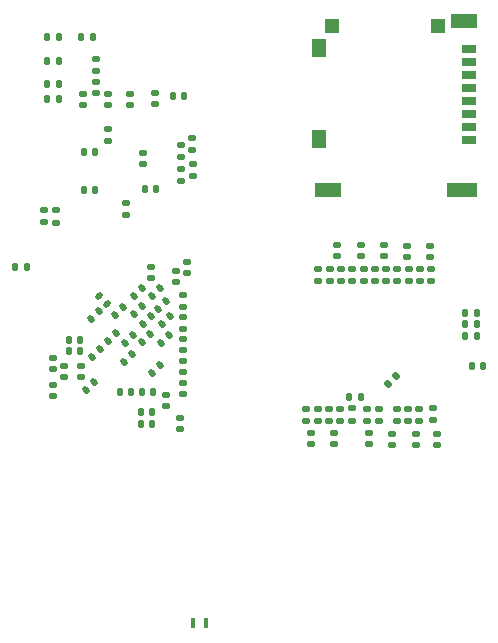
<source format=gbr>
%TF.GenerationSoftware,KiCad,Pcbnew,9.0.1*%
%TF.CreationDate,2025-07-01T18:44:37-06:00*%
%TF.ProjectId,MPU_MOD,4d50555f-4d4f-4442-9e6b-696361645f70,rev?*%
%TF.SameCoordinates,Original*%
%TF.FileFunction,Paste,Bot*%
%TF.FilePolarity,Positive*%
%FSLAX46Y46*%
G04 Gerber Fmt 4.6, Leading zero omitted, Abs format (unit mm)*
G04 Created by KiCad (PCBNEW 9.0.1) date 2025-07-01 18:44:37*
%MOMM*%
%LPD*%
G01*
G04 APERTURE LIST*
G04 Aperture macros list*
%AMRoundRect*
0 Rectangle with rounded corners*
0 $1 Rounding radius*
0 $2 $3 $4 $5 $6 $7 $8 $9 X,Y pos of 4 corners*
0 Add a 4 corners polygon primitive as box body*
4,1,4,$2,$3,$4,$5,$6,$7,$8,$9,$2,$3,0*
0 Add four circle primitives for the rounded corners*
1,1,$1+$1,$2,$3*
1,1,$1+$1,$4,$5*
1,1,$1+$1,$6,$7*
1,1,$1+$1,$8,$9*
0 Add four rect primitives between the rounded corners*
20,1,$1+$1,$2,$3,$4,$5,0*
20,1,$1+$1,$4,$5,$6,$7,0*
20,1,$1+$1,$6,$7,$8,$9,0*
20,1,$1+$1,$8,$9,$2,$3,0*%
G04 Aperture macros list end*
%ADD10RoundRect,0.135000X-0.185000X0.135000X-0.185000X-0.135000X0.185000X-0.135000X0.185000X0.135000X0*%
%ADD11RoundRect,0.135000X0.185000X-0.135000X0.185000X0.135000X-0.185000X0.135000X-0.185000X-0.135000X0*%
%ADD12RoundRect,0.140000X0.170000X-0.140000X0.170000X0.140000X-0.170000X0.140000X-0.170000X-0.140000X0*%
%ADD13RoundRect,0.135000X-0.135000X-0.185000X0.135000X-0.185000X0.135000X0.185000X-0.135000X0.185000X0*%
%ADD14RoundRect,0.135000X0.135000X0.185000X-0.135000X0.185000X-0.135000X-0.185000X0.135000X-0.185000X0*%
%ADD15RoundRect,0.140000X-0.170000X0.140000X-0.170000X-0.140000X0.170000X-0.140000X0.170000X0.140000X0*%
%ADD16RoundRect,0.140000X-0.021213X0.219203X-0.219203X0.021213X0.021213X-0.219203X0.219203X-0.021213X0*%
%ADD17RoundRect,0.140000X0.140000X0.170000X-0.140000X0.170000X-0.140000X-0.170000X0.140000X-0.170000X0*%
%ADD18RoundRect,0.135000X0.035355X-0.226274X0.226274X-0.035355X-0.035355X0.226274X-0.226274X0.035355X0*%
%ADD19RoundRect,0.140000X-0.140000X-0.170000X0.140000X-0.170000X0.140000X0.170000X-0.140000X0.170000X0*%
%ADD20RoundRect,0.140000X0.021213X-0.219203X0.219203X-0.021213X-0.021213X0.219203X-0.219203X0.021213X0*%
%ADD21R,2.200000X1.150000*%
%ADD22R,1.200000X1.150000*%
%ADD23R,1.150000X1.500000*%
%ADD24R,2.500000X1.150000*%
%ADD25R,1.240000X0.800000*%
%ADD26R,1.250000X1.150000*%
%ADD27R,0.406400X0.838200*%
%ADD28RoundRect,0.140000X0.219203X0.021213X0.021213X0.219203X-0.219203X-0.021213X-0.021213X-0.219203X0*%
G04 APERTURE END LIST*
D10*
%TO.C,R407*%
X104000000Y-74380000D03*
X104000000Y-75400000D03*
%TD*%
D11*
%TO.C,R406*%
X103096585Y-63582600D03*
X103096585Y-62562602D03*
%TD*%
D12*
%TO.C,C413*%
X106840000Y-61560000D03*
X106840000Y-60600000D03*
%TD*%
D13*
%TO.C,R509*%
X74403415Y-48147400D03*
X75423415Y-48147400D03*
%TD*%
D11*
%TO.C,R504*%
X85723415Y-53087400D03*
X85723415Y-52067400D03*
%TD*%
D14*
%TO.C,R508*%
X75393415Y-46897400D03*
X74373415Y-46897400D03*
%TD*%
D10*
%TO.C,R502*%
X85703415Y-54117400D03*
X85703415Y-55137400D03*
%TD*%
%TO.C,R505*%
X86703415Y-53637400D03*
X86703415Y-54657400D03*
%TD*%
D15*
%TO.C,C411*%
X102910000Y-60500000D03*
X102910000Y-61460000D03*
%TD*%
D16*
%TO.C,C319*%
X84778822Y-66521178D03*
X84100000Y-67200000D03*
%TD*%
%TO.C,C317*%
X80228822Y-67971178D03*
X79550000Y-68650000D03*
%TD*%
D15*
%TO.C,C412*%
X101623415Y-76417400D03*
X101623415Y-77377400D03*
%TD*%
%TO.C,C327*%
X77300000Y-70740000D03*
X77300000Y-71700000D03*
%TD*%
D17*
%TO.C,C416*%
X111333415Y-70777400D03*
X110373415Y-70777400D03*
%TD*%
D15*
%TO.C,C323*%
X85900000Y-64790000D03*
X85900000Y-65750000D03*
%TD*%
D10*
%TO.C,R414*%
X96298415Y-74367400D03*
X96298415Y-75387400D03*
%TD*%
D14*
%TO.C,R511*%
X78303415Y-42917400D03*
X77283415Y-42917400D03*
%TD*%
D11*
%TO.C,R424*%
X105946585Y-63582600D03*
X105946585Y-62562602D03*
%TD*%
%TO.C,R408*%
X101196585Y-63582600D03*
X101196585Y-62562602D03*
%TD*%
D15*
%TO.C,C339*%
X74850000Y-72340000D03*
X74850000Y-73300000D03*
%TD*%
D10*
%TO.C,R430*%
X107073415Y-74357400D03*
X107073415Y-75377400D03*
%TD*%
D18*
%TO.C,R403*%
X103219376Y-72310624D03*
X103940624Y-71589376D03*
%TD*%
D15*
%TO.C,C417*%
X96753415Y-76417400D03*
X96753415Y-77377400D03*
%TD*%
%TO.C,C334*%
X86250000Y-61940000D03*
X86250000Y-62900000D03*
%TD*%
D16*
%TO.C,C305*%
X83152944Y-66571178D03*
X82474122Y-67250000D03*
%TD*%
D12*
%TO.C,C502*%
X78503415Y-47677400D03*
X78503415Y-46717400D03*
%TD*%
D10*
%TO.C,R422*%
X101500000Y-74367400D03*
X101500000Y-75387400D03*
%TD*%
%TO.C,R501*%
X81033415Y-56927400D03*
X81033415Y-57947400D03*
%TD*%
D15*
%TO.C,C418*%
X98723415Y-76417400D03*
X98723415Y-77377400D03*
%TD*%
D10*
%TO.C,R418*%
X105920000Y-74370000D03*
X105920000Y-75390000D03*
%TD*%
D12*
%TO.C,C511*%
X77473415Y-48707400D03*
X77473415Y-47747400D03*
%TD*%
D17*
%TO.C,C510*%
X86013415Y-47917400D03*
X85053415Y-47917400D03*
%TD*%
D12*
%TO.C,C316*%
X84450000Y-74160000D03*
X84450000Y-73200000D03*
%TD*%
%TO.C,C335*%
X85650000Y-76100000D03*
X85650000Y-75140000D03*
%TD*%
D10*
%TO.C,R416*%
X104970000Y-74370000D03*
X104970000Y-75390000D03*
%TD*%
D12*
%TO.C,C506*%
X79583415Y-51687400D03*
X79583415Y-50727400D03*
%TD*%
D16*
%TO.C,C309*%
X78778822Y-66121178D03*
X78100000Y-66800000D03*
%TD*%
D19*
%TO.C,C336*%
X82300000Y-75650000D03*
X83260000Y-75650000D03*
%TD*%
D20*
%TO.C,C301*%
X78221178Y-69978822D03*
X78900000Y-69300000D03*
%TD*%
D10*
%TO.C,R410*%
X98273415Y-74367400D03*
X98273415Y-75387400D03*
%TD*%
D21*
%TO.C,J501*%
X109660000Y-41595000D03*
D22*
X98510000Y-41995000D03*
D23*
X97385000Y-43800000D03*
X97385000Y-51580000D03*
D21*
X98180000Y-55885000D03*
D24*
X109510000Y-55885000D03*
D25*
X110140000Y-51640000D03*
X110140000Y-50540000D03*
X110140000Y-49440000D03*
X110140000Y-48340000D03*
X110140000Y-47240000D03*
X110140000Y-46140000D03*
X110140000Y-45040000D03*
X110140000Y-43940000D03*
D26*
X107510000Y-41995000D03*
%TD*%
D11*
%TO.C,R503*%
X86673415Y-52517400D03*
X86673415Y-51497400D03*
%TD*%
D16*
%TO.C,C315*%
X83128822Y-68071178D03*
X82450000Y-68750000D03*
%TD*%
D17*
%TO.C,C329*%
X72650000Y-62350000D03*
X71690000Y-62350000D03*
%TD*%
D10*
%TO.C,R426*%
X100210000Y-74360000D03*
X100210000Y-75380000D03*
%TD*%
D12*
%TO.C,C414*%
X104870000Y-61560000D03*
X104870000Y-60600000D03*
%TD*%
D11*
%TO.C,R423*%
X104996585Y-63582600D03*
X104996585Y-62562602D03*
%TD*%
D15*
%TO.C,C324*%
X85900000Y-72200000D03*
X85900000Y-73160000D03*
%TD*%
%TO.C,C410*%
X100940000Y-60500000D03*
X100940000Y-61460000D03*
%TD*%
D11*
%TO.C,R419*%
X97346585Y-63582600D03*
X97346585Y-62562602D03*
%TD*%
D13*
%TO.C,R404*%
X99940001Y-73410000D03*
X100959999Y-73410000D03*
%TD*%
D19*
%TO.C,C338*%
X82340000Y-74700000D03*
X83300000Y-74700000D03*
%TD*%
%TO.C,C514*%
X77523415Y-55877400D03*
X78483415Y-55877400D03*
%TD*%
D12*
%TO.C,C503*%
X79523415Y-48667400D03*
X79523415Y-47707400D03*
%TD*%
D27*
%TO.C,D801*%
X87821800Y-92500000D03*
X86778200Y-92500000D03*
%TD*%
D17*
%TO.C,C330*%
X77210000Y-68550000D03*
X76250000Y-68550000D03*
%TD*%
D12*
%TO.C,C512*%
X83563415Y-48617400D03*
X83563415Y-47657400D03*
%TD*%
D15*
%TO.C,C322*%
X85900000Y-66640000D03*
X85900000Y-67600000D03*
%TD*%
D10*
%TO.C,R510*%
X74153415Y-57577400D03*
X74153415Y-58597400D03*
%TD*%
D14*
%TO.C,R507*%
X75393415Y-44907400D03*
X74373415Y-44907400D03*
%TD*%
D19*
%TO.C,C328*%
X76250000Y-69500000D03*
X77210000Y-69500000D03*
%TD*%
D11*
%TO.C,R409*%
X102146585Y-63582600D03*
X102146585Y-62562602D03*
%TD*%
D20*
%TO.C,C331*%
X83750000Y-65950000D03*
X84428822Y-65271178D03*
%TD*%
D15*
%TO.C,C505*%
X81443415Y-47727400D03*
X81443415Y-48687400D03*
%TD*%
D16*
%TO.C,C314*%
X83978822Y-64121178D03*
X83300000Y-64800000D03*
%TD*%
D10*
%TO.C,R412*%
X97288415Y-74377400D03*
X97288415Y-75397400D03*
%TD*%
D11*
%TO.C,R415*%
X99296585Y-63602598D03*
X99296585Y-62582600D03*
%TD*%
D17*
%TO.C,C303*%
X81510000Y-72966291D03*
X80550000Y-72966291D03*
%TD*%
D16*
%TO.C,C308*%
X84728822Y-68171178D03*
X84050000Y-68850000D03*
%TD*%
D15*
%TO.C,C507*%
X82533415Y-52717400D03*
X82533415Y-53677400D03*
%TD*%
%TO.C,C408*%
X105603415Y-76487400D03*
X105603415Y-77447400D03*
%TD*%
D12*
%TO.C,C509*%
X78523415Y-45767400D03*
X78523415Y-44807400D03*
%TD*%
D15*
%TO.C,C409*%
X98970000Y-60500000D03*
X98970000Y-61460000D03*
%TD*%
%TO.C,C415*%
X107423415Y-76517400D03*
X107423415Y-77477400D03*
%TD*%
D12*
%TO.C,C333*%
X74850000Y-71050000D03*
X74850000Y-70090000D03*
%TD*%
D11*
%TO.C,R421*%
X104046585Y-63582600D03*
X104046585Y-62562602D03*
%TD*%
D13*
%TO.C,R428*%
X109750000Y-68225000D03*
X110769998Y-68225000D03*
%TD*%
D16*
%TO.C,C312*%
X82428822Y-64121178D03*
X81750000Y-64800000D03*
%TD*%
D11*
%TO.C,R411*%
X100246585Y-63582600D03*
X100246585Y-62562602D03*
%TD*%
%TO.C,R425*%
X106896585Y-63582600D03*
X106896585Y-62562602D03*
%TD*%
D15*
%TO.C,C325*%
X85300000Y-62700000D03*
X85300000Y-63660000D03*
%TD*%
%TO.C,C326*%
X75850000Y-70740000D03*
X75850000Y-71700000D03*
%TD*%
D11*
%TO.C,R512*%
X75123415Y-58617400D03*
X75123415Y-57597400D03*
%TD*%
D20*
%TO.C,C313*%
X80950000Y-68850000D03*
X81628822Y-68171178D03*
%TD*%
D16*
%TO.C,C311*%
X80825121Y-65730042D03*
X80146299Y-66408864D03*
%TD*%
D15*
%TO.C,C320*%
X85900000Y-70340000D03*
X85900000Y-71300000D03*
%TD*%
D20*
%TO.C,C304*%
X77726057Y-72829106D03*
X78404879Y-72150284D03*
%TD*%
D10*
%TO.C,R417*%
X102453415Y-74367400D03*
X102453415Y-75387400D03*
%TD*%
D17*
%TO.C,C513*%
X83643415Y-55817400D03*
X82683415Y-55817400D03*
%TD*%
%TO.C,C302*%
X83350000Y-72966291D03*
X82390000Y-72966291D03*
%TD*%
D13*
%TO.C,R427*%
X109750000Y-67250000D03*
X110769998Y-67250000D03*
%TD*%
D15*
%TO.C,C407*%
X103633415Y-76487400D03*
X103633415Y-77447400D03*
%TD*%
%TO.C,C337*%
X83200000Y-62390000D03*
X83200000Y-63350000D03*
%TD*%
D16*
%TO.C,C307*%
X83940380Y-70650000D03*
X83261558Y-71328822D03*
%TD*%
D15*
%TO.C,C321*%
X85900000Y-68490000D03*
X85900000Y-69450000D03*
%TD*%
D13*
%TO.C,R429*%
X109750000Y-66275000D03*
X110769998Y-66275000D03*
%TD*%
D14*
%TO.C,R506*%
X75393415Y-42917400D03*
X74373415Y-42917400D03*
%TD*%
D28*
%TO.C,C306*%
X79450000Y-65500000D03*
X78771178Y-64821178D03*
%TD*%
D17*
%TO.C,C504*%
X78483415Y-52617400D03*
X77523415Y-52617400D03*
%TD*%
D10*
%TO.C,R420*%
X99223415Y-74367400D03*
X99223415Y-75387400D03*
%TD*%
D20*
%TO.C,C318*%
X80921708Y-70424759D03*
X81600530Y-69745937D03*
%TD*%
D16*
%TO.C,C310*%
X82428822Y-65721178D03*
X81750000Y-66400000D03*
%TD*%
D11*
%TO.C,R413*%
X98346585Y-63582600D03*
X98346585Y-62562602D03*
%TD*%
M02*

</source>
